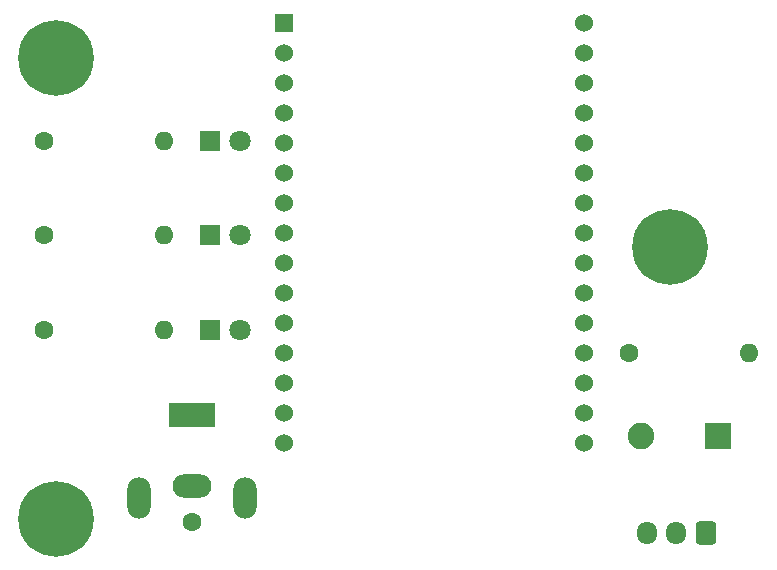
<source format=gbr>
%TF.GenerationSoftware,KiCad,Pcbnew,8.0.4+dfsg-1*%
%TF.CreationDate,2024-11-28T14:38:25-05:00*%
%TF.ProjectId,smart-fluid-flow-meter,736d6172-742d-4666-9c75-69642d666c6f,rev?*%
%TF.SameCoordinates,Original*%
%TF.FileFunction,Soldermask,Top*%
%TF.FilePolarity,Negative*%
%FSLAX46Y46*%
G04 Gerber Fmt 4.6, Leading zero omitted, Abs format (unit mm)*
G04 Created by KiCad (PCBNEW 8.0.4+dfsg-1) date 2024-11-28 14:38:25*
%MOMM*%
%LPD*%
G01*
G04 APERTURE LIST*
G04 Aperture macros list*
%AMRoundRect*
0 Rectangle with rounded corners*
0 $1 Rounding radius*
0 $2 $3 $4 $5 $6 $7 $8 $9 X,Y pos of 4 corners*
0 Add a 4 corners polygon primitive as box body*
4,1,4,$2,$3,$4,$5,$6,$7,$8,$9,$2,$3,0*
0 Add four circle primitives for the rounded corners*
1,1,$1+$1,$2,$3*
1,1,$1+$1,$4,$5*
1,1,$1+$1,$6,$7*
1,1,$1+$1,$8,$9*
0 Add four rect primitives between the rounded corners*
20,1,$1+$1,$2,$3,$4,$5,0*
20,1,$1+$1,$4,$5,$6,$7,0*
20,1,$1+$1,$6,$7,$8,$9,0*
20,1,$1+$1,$8,$9,$2,$3,0*%
G04 Aperture macros list end*
%ADD10C,1.600000*%
%ADD11O,1.600000X1.600000*%
%ADD12R,4.000000X2.000000*%
%ADD13O,3.300000X2.000000*%
%ADD14O,2.000000X3.500000*%
%ADD15RoundRect,0.250000X0.600000X0.725000X-0.600000X0.725000X-0.600000X-0.725000X0.600000X-0.725000X0*%
%ADD16O,1.700000X1.950000*%
%ADD17C,0.800000*%
%ADD18C,6.400000*%
%ADD19C,1.524000*%
%ADD20R,1.524000X1.524000*%
%ADD21R,1.800000X1.800000*%
%ADD22C,1.800000*%
%ADD23R,2.250000X2.250000*%
%ADD24C,2.250000*%
G04 APERTURE END LIST*
D10*
%TO.C,R2*%
X67000000Y-68000000D03*
D11*
X77160000Y-68000000D03*
%TD*%
D10*
%TO.C,J2*%
X79500000Y-92250000D03*
D12*
X79500000Y-83250000D03*
D13*
X79500000Y-89250000D03*
D14*
X75000000Y-90250000D03*
X84000000Y-90250000D03*
%TD*%
D15*
%TO.C,J1*%
X123000000Y-93250000D03*
D16*
X120500000Y-93250000D03*
X118000000Y-93250000D03*
%TD*%
D10*
%TO.C,R4*%
X116500000Y-78000000D03*
D11*
X126660000Y-78000000D03*
%TD*%
D17*
%TO.C,MH1*%
X65600000Y-92000000D03*
X66302944Y-90302944D03*
X66302944Y-93697056D03*
X68000000Y-89600000D03*
D18*
X68000000Y-92000000D03*
D17*
X68000000Y-94400000D03*
X69697056Y-90302944D03*
X69697056Y-93697056D03*
X70400000Y-92000000D03*
%TD*%
D10*
%TO.C,R1*%
X67000000Y-60000000D03*
D11*
X77160000Y-60000000D03*
%TD*%
D19*
%TO.C,U2*%
X112700000Y-85560000D03*
X112700000Y-83020000D03*
X112700000Y-80480000D03*
X112700000Y-77940000D03*
X112700000Y-75400000D03*
X112700000Y-72860000D03*
X112700000Y-70320000D03*
X112700000Y-67780000D03*
X112700000Y-65240000D03*
X112700000Y-62700000D03*
X112700000Y-60160000D03*
X112700000Y-57620000D03*
X112700000Y-55080000D03*
X112700000Y-52540000D03*
X112700000Y-50000000D03*
D20*
X87300000Y-50000000D03*
D19*
X87300000Y-52540000D03*
X87300000Y-55080000D03*
X87300000Y-57620000D03*
X87300000Y-60160000D03*
X87300000Y-62700000D03*
X87300000Y-65240000D03*
X87300000Y-67780000D03*
X87300000Y-70320000D03*
X87300000Y-72860000D03*
X87300000Y-75400000D03*
X87300000Y-77940000D03*
X87300000Y-80480000D03*
X87300000Y-83020000D03*
X87300000Y-85560000D03*
%TD*%
D17*
%TO.C,MH2*%
X65600000Y-53000000D03*
X66302944Y-51302944D03*
X66302944Y-54697056D03*
X68000000Y-50600000D03*
D18*
X68000000Y-53000000D03*
D17*
X68000000Y-55400000D03*
X69697056Y-51302944D03*
X69697056Y-54697056D03*
X70400000Y-53000000D03*
%TD*%
D21*
%TO.C,D2*%
X81000000Y-68000000D03*
D22*
X83540000Y-68000000D03*
%TD*%
D10*
%TO.C,R3*%
X67000000Y-76000000D03*
D11*
X77160000Y-76000000D03*
%TD*%
D17*
%TO.C,MH3*%
X117600000Y-69000000D03*
X118302944Y-67302944D03*
X118302944Y-70697056D03*
X120000000Y-66600000D03*
D18*
X120000000Y-69000000D03*
D17*
X120000000Y-71400000D03*
X121697056Y-67302944D03*
X121697056Y-70697056D03*
X122400000Y-69000000D03*
%TD*%
D21*
%TO.C,D1*%
X81000000Y-60000000D03*
D22*
X83540000Y-60000000D03*
%TD*%
D23*
%TO.C,SW1*%
X124000000Y-85000000D03*
D24*
X117500000Y-85000000D03*
%TD*%
D21*
%TO.C,D3*%
X81000000Y-76000000D03*
D22*
X83540000Y-76000000D03*
%TD*%
M02*

</source>
